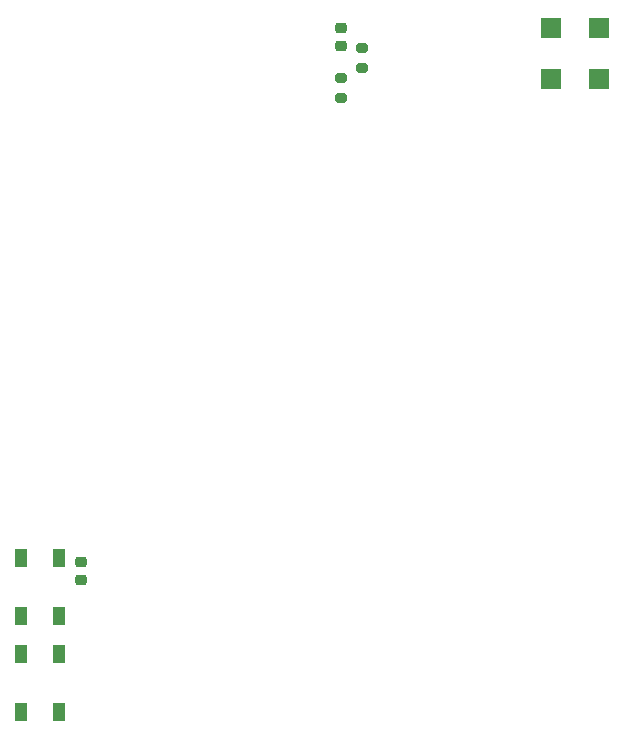
<source format=gbr>
%TF.GenerationSoftware,KiCad,Pcbnew,(6.0.7)*%
%TF.CreationDate,2023-04-01T23:58:30-04:00*%
%TF.ProjectId,board_one_teensy_22,626f6172-645f-46f6-9e65-5f7465656e73,rev?*%
%TF.SameCoordinates,Original*%
%TF.FileFunction,Paste,Top*%
%TF.FilePolarity,Positive*%
%FSLAX46Y46*%
G04 Gerber Fmt 4.6, Leading zero omitted, Abs format (unit mm)*
G04 Created by KiCad (PCBNEW (6.0.7)) date 2023-04-01 23:58:30*
%MOMM*%
%LPD*%
G01*
G04 APERTURE LIST*
G04 Aperture macros list*
%AMRoundRect*
0 Rectangle with rounded corners*
0 $1 Rounding radius*
0 $2 $3 $4 $5 $6 $7 $8 $9 X,Y pos of 4 corners*
0 Add a 4 corners polygon primitive as box body*
4,1,4,$2,$3,$4,$5,$6,$7,$8,$9,$2,$3,0*
0 Add four circle primitives for the rounded corners*
1,1,$1+$1,$2,$3*
1,1,$1+$1,$4,$5*
1,1,$1+$1,$6,$7*
1,1,$1+$1,$8,$9*
0 Add four rect primitives between the rounded corners*
20,1,$1+$1,$2,$3,$4,$5,0*
20,1,$1+$1,$4,$5,$6,$7,0*
20,1,$1+$1,$6,$7,$8,$9,0*
20,1,$1+$1,$8,$9,$2,$3,0*%
G04 Aperture macros list end*
%ADD10RoundRect,0.200000X0.275000X-0.200000X0.275000X0.200000X-0.275000X0.200000X-0.275000X-0.200000X0*%
%ADD11RoundRect,0.225000X-0.250000X0.225000X-0.250000X-0.225000X0.250000X-0.225000X0.250000X0.225000X0*%
%ADD12R,1.800000X1.700000*%
%ADD13RoundRect,0.200000X-0.275000X0.200000X-0.275000X-0.200000X0.275000X-0.200000X0.275000X0.200000X0*%
%ADD14R,1.000000X1.500000*%
%ADD15RoundRect,0.225000X0.250000X-0.225000X0.250000X0.225000X-0.250000X0.225000X-0.250000X-0.225000X0*%
G04 APERTURE END LIST*
D10*
%TO.C,R5*%
X142494000Y-66865000D03*
X142494000Y-65215000D03*
%TD*%
D11*
%TO.C,C1*%
X142494000Y-60947000D03*
X142494000Y-62497000D03*
%TD*%
D12*
%TO.C,D1*%
X160256000Y-65278000D03*
X164356000Y-65278000D03*
%TD*%
D13*
%TO.C,R4*%
X144272000Y-62675000D03*
X144272000Y-64325000D03*
%TD*%
D14*
%TO.C,D4*%
X115392400Y-110721300D03*
X118592400Y-110721300D03*
X118592400Y-105821300D03*
X115392400Y-105821300D03*
%TD*%
D15*
%TO.C,C2*%
X120497600Y-107696000D03*
X120497600Y-106146000D03*
%TD*%
D14*
%TO.C,D3*%
X115392400Y-118849300D03*
X118592400Y-118849300D03*
X118592400Y-113949300D03*
X115392400Y-113949300D03*
%TD*%
D12*
%TO.C,D2*%
X160256000Y-60960000D03*
X164356000Y-60960000D03*
%TD*%
M02*

</source>
